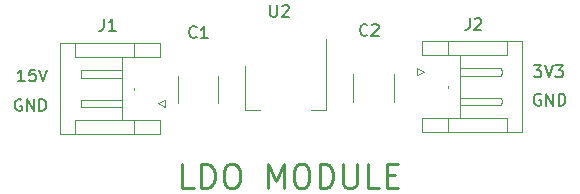
<source format=gbr>
%TF.GenerationSoftware,KiCad,Pcbnew,7.0.9*%
%TF.CreationDate,2024-09-22T22:34:36+04:00*%
%TF.ProjectId,LDO_Module,4c444f5f-4d6f-4647-956c-652e6b696361,1*%
%TF.SameCoordinates,Original*%
%TF.FileFunction,Legend,Top*%
%TF.FilePolarity,Positive*%
%FSLAX46Y46*%
G04 Gerber Fmt 4.6, Leading zero omitted, Abs format (unit mm)*
G04 Created by KiCad (PCBNEW 7.0.9) date 2024-09-22 22:34:36*
%MOMM*%
%LPD*%
G01*
G04 APERTURE LIST*
%ADD10C,0.254000*%
%ADD11C,0.150000*%
%ADD12C,0.120000*%
G04 APERTURE END LIST*
D10*
X119345676Y-86692030D02*
X118393295Y-86692030D01*
X118393295Y-86692030D02*
X118393295Y-84692030D01*
X120012343Y-86692030D02*
X120012343Y-84692030D01*
X120012343Y-84692030D02*
X120488533Y-84692030D01*
X120488533Y-84692030D02*
X120774248Y-84787268D01*
X120774248Y-84787268D02*
X120964724Y-84977744D01*
X120964724Y-84977744D02*
X121059962Y-85168220D01*
X121059962Y-85168220D02*
X121155200Y-85549172D01*
X121155200Y-85549172D02*
X121155200Y-85834887D01*
X121155200Y-85834887D02*
X121059962Y-86215839D01*
X121059962Y-86215839D02*
X120964724Y-86406315D01*
X120964724Y-86406315D02*
X120774248Y-86596792D01*
X120774248Y-86596792D02*
X120488533Y-86692030D01*
X120488533Y-86692030D02*
X120012343Y-86692030D01*
X122393295Y-84692030D02*
X122774248Y-84692030D01*
X122774248Y-84692030D02*
X122964724Y-84787268D01*
X122964724Y-84787268D02*
X123155200Y-84977744D01*
X123155200Y-84977744D02*
X123250438Y-85358696D01*
X123250438Y-85358696D02*
X123250438Y-86025363D01*
X123250438Y-86025363D02*
X123155200Y-86406315D01*
X123155200Y-86406315D02*
X122964724Y-86596792D01*
X122964724Y-86596792D02*
X122774248Y-86692030D01*
X122774248Y-86692030D02*
X122393295Y-86692030D01*
X122393295Y-86692030D02*
X122202819Y-86596792D01*
X122202819Y-86596792D02*
X122012343Y-86406315D01*
X122012343Y-86406315D02*
X121917105Y-86025363D01*
X121917105Y-86025363D02*
X121917105Y-85358696D01*
X121917105Y-85358696D02*
X122012343Y-84977744D01*
X122012343Y-84977744D02*
X122202819Y-84787268D01*
X122202819Y-84787268D02*
X122393295Y-84692030D01*
X125631391Y-86692030D02*
X125631391Y-84692030D01*
X125631391Y-84692030D02*
X126298058Y-86120601D01*
X126298058Y-86120601D02*
X126964724Y-84692030D01*
X126964724Y-84692030D02*
X126964724Y-86692030D01*
X128298057Y-84692030D02*
X128679010Y-84692030D01*
X128679010Y-84692030D02*
X128869486Y-84787268D01*
X128869486Y-84787268D02*
X129059962Y-84977744D01*
X129059962Y-84977744D02*
X129155200Y-85358696D01*
X129155200Y-85358696D02*
X129155200Y-86025363D01*
X129155200Y-86025363D02*
X129059962Y-86406315D01*
X129059962Y-86406315D02*
X128869486Y-86596792D01*
X128869486Y-86596792D02*
X128679010Y-86692030D01*
X128679010Y-86692030D02*
X128298057Y-86692030D01*
X128298057Y-86692030D02*
X128107581Y-86596792D01*
X128107581Y-86596792D02*
X127917105Y-86406315D01*
X127917105Y-86406315D02*
X127821867Y-86025363D01*
X127821867Y-86025363D02*
X127821867Y-85358696D01*
X127821867Y-85358696D02*
X127917105Y-84977744D01*
X127917105Y-84977744D02*
X128107581Y-84787268D01*
X128107581Y-84787268D02*
X128298057Y-84692030D01*
X130012343Y-86692030D02*
X130012343Y-84692030D01*
X130012343Y-84692030D02*
X130488533Y-84692030D01*
X130488533Y-84692030D02*
X130774248Y-84787268D01*
X130774248Y-84787268D02*
X130964724Y-84977744D01*
X130964724Y-84977744D02*
X131059962Y-85168220D01*
X131059962Y-85168220D02*
X131155200Y-85549172D01*
X131155200Y-85549172D02*
X131155200Y-85834887D01*
X131155200Y-85834887D02*
X131059962Y-86215839D01*
X131059962Y-86215839D02*
X130964724Y-86406315D01*
X130964724Y-86406315D02*
X130774248Y-86596792D01*
X130774248Y-86596792D02*
X130488533Y-86692030D01*
X130488533Y-86692030D02*
X130012343Y-86692030D01*
X132012343Y-84692030D02*
X132012343Y-86311077D01*
X132012343Y-86311077D02*
X132107581Y-86501553D01*
X132107581Y-86501553D02*
X132202819Y-86596792D01*
X132202819Y-86596792D02*
X132393295Y-86692030D01*
X132393295Y-86692030D02*
X132774248Y-86692030D01*
X132774248Y-86692030D02*
X132964724Y-86596792D01*
X132964724Y-86596792D02*
X133059962Y-86501553D01*
X133059962Y-86501553D02*
X133155200Y-86311077D01*
X133155200Y-86311077D02*
X133155200Y-84692030D01*
X135059962Y-86692030D02*
X134107581Y-86692030D01*
X134107581Y-86692030D02*
X134107581Y-84692030D01*
X135726629Y-85644411D02*
X136393296Y-85644411D01*
X136679010Y-86692030D02*
X135726629Y-86692030D01*
X135726629Y-86692030D02*
X135726629Y-84692030D01*
X135726629Y-84692030D02*
X136679010Y-84692030D01*
D11*
X104770588Y-79227438D02*
X104675350Y-79179819D01*
X104675350Y-79179819D02*
X104532493Y-79179819D01*
X104532493Y-79179819D02*
X104389636Y-79227438D01*
X104389636Y-79227438D02*
X104294398Y-79322676D01*
X104294398Y-79322676D02*
X104246779Y-79417914D01*
X104246779Y-79417914D02*
X104199160Y-79608390D01*
X104199160Y-79608390D02*
X104199160Y-79751247D01*
X104199160Y-79751247D02*
X104246779Y-79941723D01*
X104246779Y-79941723D02*
X104294398Y-80036961D01*
X104294398Y-80036961D02*
X104389636Y-80132200D01*
X104389636Y-80132200D02*
X104532493Y-80179819D01*
X104532493Y-80179819D02*
X104627731Y-80179819D01*
X104627731Y-80179819D02*
X104770588Y-80132200D01*
X104770588Y-80132200D02*
X104818207Y-80084580D01*
X104818207Y-80084580D02*
X104818207Y-79751247D01*
X104818207Y-79751247D02*
X104627731Y-79751247D01*
X105246779Y-80179819D02*
X105246779Y-79179819D01*
X105246779Y-79179819D02*
X105818207Y-80179819D01*
X105818207Y-80179819D02*
X105818207Y-79179819D01*
X106294398Y-80179819D02*
X106294398Y-79179819D01*
X106294398Y-79179819D02*
X106532493Y-79179819D01*
X106532493Y-79179819D02*
X106675350Y-79227438D01*
X106675350Y-79227438D02*
X106770588Y-79322676D01*
X106770588Y-79322676D02*
X106818207Y-79417914D01*
X106818207Y-79417914D02*
X106865826Y-79608390D01*
X106865826Y-79608390D02*
X106865826Y-79751247D01*
X106865826Y-79751247D02*
X106818207Y-79941723D01*
X106818207Y-79941723D02*
X106770588Y-80036961D01*
X106770588Y-80036961D02*
X106675350Y-80132200D01*
X106675350Y-80132200D02*
X106532493Y-80179819D01*
X106532493Y-80179819D02*
X106294398Y-80179819D01*
X105030588Y-77679819D02*
X104459160Y-77679819D01*
X104744874Y-77679819D02*
X104744874Y-76679819D01*
X104744874Y-76679819D02*
X104649636Y-76822676D01*
X104649636Y-76822676D02*
X104554398Y-76917914D01*
X104554398Y-76917914D02*
X104459160Y-76965533D01*
X105935350Y-76679819D02*
X105459160Y-76679819D01*
X105459160Y-76679819D02*
X105411541Y-77156009D01*
X105411541Y-77156009D02*
X105459160Y-77108390D01*
X105459160Y-77108390D02*
X105554398Y-77060771D01*
X105554398Y-77060771D02*
X105792493Y-77060771D01*
X105792493Y-77060771D02*
X105887731Y-77108390D01*
X105887731Y-77108390D02*
X105935350Y-77156009D01*
X105935350Y-77156009D02*
X105982969Y-77251247D01*
X105982969Y-77251247D02*
X105982969Y-77489342D01*
X105982969Y-77489342D02*
X105935350Y-77584580D01*
X105935350Y-77584580D02*
X105887731Y-77632200D01*
X105887731Y-77632200D02*
X105792493Y-77679819D01*
X105792493Y-77679819D02*
X105554398Y-77679819D01*
X105554398Y-77679819D02*
X105459160Y-77632200D01*
X105459160Y-77632200D02*
X105411541Y-77584580D01*
X106268684Y-76679819D02*
X106602017Y-77679819D01*
X106602017Y-77679819D02*
X106935350Y-76679819D01*
X148720588Y-78767438D02*
X148625350Y-78719819D01*
X148625350Y-78719819D02*
X148482493Y-78719819D01*
X148482493Y-78719819D02*
X148339636Y-78767438D01*
X148339636Y-78767438D02*
X148244398Y-78862676D01*
X148244398Y-78862676D02*
X148196779Y-78957914D01*
X148196779Y-78957914D02*
X148149160Y-79148390D01*
X148149160Y-79148390D02*
X148149160Y-79291247D01*
X148149160Y-79291247D02*
X148196779Y-79481723D01*
X148196779Y-79481723D02*
X148244398Y-79576961D01*
X148244398Y-79576961D02*
X148339636Y-79672200D01*
X148339636Y-79672200D02*
X148482493Y-79719819D01*
X148482493Y-79719819D02*
X148577731Y-79719819D01*
X148577731Y-79719819D02*
X148720588Y-79672200D01*
X148720588Y-79672200D02*
X148768207Y-79624580D01*
X148768207Y-79624580D02*
X148768207Y-79291247D01*
X148768207Y-79291247D02*
X148577731Y-79291247D01*
X149196779Y-79719819D02*
X149196779Y-78719819D01*
X149196779Y-78719819D02*
X149768207Y-79719819D01*
X149768207Y-79719819D02*
X149768207Y-78719819D01*
X150244398Y-79719819D02*
X150244398Y-78719819D01*
X150244398Y-78719819D02*
X150482493Y-78719819D01*
X150482493Y-78719819D02*
X150625350Y-78767438D01*
X150625350Y-78767438D02*
X150720588Y-78862676D01*
X150720588Y-78862676D02*
X150768207Y-78957914D01*
X150768207Y-78957914D02*
X150815826Y-79148390D01*
X150815826Y-79148390D02*
X150815826Y-79291247D01*
X150815826Y-79291247D02*
X150768207Y-79481723D01*
X150768207Y-79481723D02*
X150720588Y-79576961D01*
X150720588Y-79576961D02*
X150625350Y-79672200D01*
X150625350Y-79672200D02*
X150482493Y-79719819D01*
X150482493Y-79719819D02*
X150244398Y-79719819D01*
X148171541Y-76329819D02*
X148790588Y-76329819D01*
X148790588Y-76329819D02*
X148457255Y-76710771D01*
X148457255Y-76710771D02*
X148600112Y-76710771D01*
X148600112Y-76710771D02*
X148695350Y-76758390D01*
X148695350Y-76758390D02*
X148742969Y-76806009D01*
X148742969Y-76806009D02*
X148790588Y-76901247D01*
X148790588Y-76901247D02*
X148790588Y-77139342D01*
X148790588Y-77139342D02*
X148742969Y-77234580D01*
X148742969Y-77234580D02*
X148695350Y-77282200D01*
X148695350Y-77282200D02*
X148600112Y-77329819D01*
X148600112Y-77329819D02*
X148314398Y-77329819D01*
X148314398Y-77329819D02*
X148219160Y-77282200D01*
X148219160Y-77282200D02*
X148171541Y-77234580D01*
X149076303Y-76329819D02*
X149409636Y-77329819D01*
X149409636Y-77329819D02*
X149742969Y-76329819D01*
X149981065Y-76329819D02*
X150600112Y-76329819D01*
X150600112Y-76329819D02*
X150266779Y-76710771D01*
X150266779Y-76710771D02*
X150409636Y-76710771D01*
X150409636Y-76710771D02*
X150504874Y-76758390D01*
X150504874Y-76758390D02*
X150552493Y-76806009D01*
X150552493Y-76806009D02*
X150600112Y-76901247D01*
X150600112Y-76901247D02*
X150600112Y-77139342D01*
X150600112Y-77139342D02*
X150552493Y-77234580D01*
X150552493Y-77234580D02*
X150504874Y-77282200D01*
X150504874Y-77282200D02*
X150409636Y-77329819D01*
X150409636Y-77329819D02*
X150123922Y-77329819D01*
X150123922Y-77329819D02*
X150028684Y-77282200D01*
X150028684Y-77282200D02*
X149981065Y-77234580D01*
X134053333Y-73739580D02*
X134005714Y-73787200D01*
X134005714Y-73787200D02*
X133862857Y-73834819D01*
X133862857Y-73834819D02*
X133767619Y-73834819D01*
X133767619Y-73834819D02*
X133624762Y-73787200D01*
X133624762Y-73787200D02*
X133529524Y-73691961D01*
X133529524Y-73691961D02*
X133481905Y-73596723D01*
X133481905Y-73596723D02*
X133434286Y-73406247D01*
X133434286Y-73406247D02*
X133434286Y-73263390D01*
X133434286Y-73263390D02*
X133481905Y-73072914D01*
X133481905Y-73072914D02*
X133529524Y-72977676D01*
X133529524Y-72977676D02*
X133624762Y-72882438D01*
X133624762Y-72882438D02*
X133767619Y-72834819D01*
X133767619Y-72834819D02*
X133862857Y-72834819D01*
X133862857Y-72834819D02*
X134005714Y-72882438D01*
X134005714Y-72882438D02*
X134053333Y-72930057D01*
X134434286Y-72930057D02*
X134481905Y-72882438D01*
X134481905Y-72882438D02*
X134577143Y-72834819D01*
X134577143Y-72834819D02*
X134815238Y-72834819D01*
X134815238Y-72834819D02*
X134910476Y-72882438D01*
X134910476Y-72882438D02*
X134958095Y-72930057D01*
X134958095Y-72930057D02*
X135005714Y-73025295D01*
X135005714Y-73025295D02*
X135005714Y-73120533D01*
X135005714Y-73120533D02*
X134958095Y-73263390D01*
X134958095Y-73263390D02*
X134386667Y-73834819D01*
X134386667Y-73834819D02*
X135005714Y-73834819D01*
X119593333Y-73909580D02*
X119545714Y-73957200D01*
X119545714Y-73957200D02*
X119402857Y-74004819D01*
X119402857Y-74004819D02*
X119307619Y-74004819D01*
X119307619Y-74004819D02*
X119164762Y-73957200D01*
X119164762Y-73957200D02*
X119069524Y-73861961D01*
X119069524Y-73861961D02*
X119021905Y-73766723D01*
X119021905Y-73766723D02*
X118974286Y-73576247D01*
X118974286Y-73576247D02*
X118974286Y-73433390D01*
X118974286Y-73433390D02*
X119021905Y-73242914D01*
X119021905Y-73242914D02*
X119069524Y-73147676D01*
X119069524Y-73147676D02*
X119164762Y-73052438D01*
X119164762Y-73052438D02*
X119307619Y-73004819D01*
X119307619Y-73004819D02*
X119402857Y-73004819D01*
X119402857Y-73004819D02*
X119545714Y-73052438D01*
X119545714Y-73052438D02*
X119593333Y-73100057D01*
X120545714Y-74004819D02*
X119974286Y-74004819D01*
X120260000Y-74004819D02*
X120260000Y-73004819D01*
X120260000Y-73004819D02*
X120164762Y-73147676D01*
X120164762Y-73147676D02*
X120069524Y-73242914D01*
X120069524Y-73242914D02*
X119974286Y-73290533D01*
X125838095Y-71214819D02*
X125838095Y-72024342D01*
X125838095Y-72024342D02*
X125885714Y-72119580D01*
X125885714Y-72119580D02*
X125933333Y-72167200D01*
X125933333Y-72167200D02*
X126028571Y-72214819D01*
X126028571Y-72214819D02*
X126219047Y-72214819D01*
X126219047Y-72214819D02*
X126314285Y-72167200D01*
X126314285Y-72167200D02*
X126361904Y-72119580D01*
X126361904Y-72119580D02*
X126409523Y-72024342D01*
X126409523Y-72024342D02*
X126409523Y-71214819D01*
X126838095Y-71310057D02*
X126885714Y-71262438D01*
X126885714Y-71262438D02*
X126980952Y-71214819D01*
X126980952Y-71214819D02*
X127219047Y-71214819D01*
X127219047Y-71214819D02*
X127314285Y-71262438D01*
X127314285Y-71262438D02*
X127361904Y-71310057D01*
X127361904Y-71310057D02*
X127409523Y-71405295D01*
X127409523Y-71405295D02*
X127409523Y-71500533D01*
X127409523Y-71500533D02*
X127361904Y-71643390D01*
X127361904Y-71643390D02*
X126790476Y-72214819D01*
X126790476Y-72214819D02*
X127409523Y-72214819D01*
X142706666Y-72324819D02*
X142706666Y-73039104D01*
X142706666Y-73039104D02*
X142659047Y-73181961D01*
X142659047Y-73181961D02*
X142563809Y-73277200D01*
X142563809Y-73277200D02*
X142420952Y-73324819D01*
X142420952Y-73324819D02*
X142325714Y-73324819D01*
X143135238Y-72420057D02*
X143182857Y-72372438D01*
X143182857Y-72372438D02*
X143278095Y-72324819D01*
X143278095Y-72324819D02*
X143516190Y-72324819D01*
X143516190Y-72324819D02*
X143611428Y-72372438D01*
X143611428Y-72372438D02*
X143659047Y-72420057D01*
X143659047Y-72420057D02*
X143706666Y-72515295D01*
X143706666Y-72515295D02*
X143706666Y-72610533D01*
X143706666Y-72610533D02*
X143659047Y-72753390D01*
X143659047Y-72753390D02*
X143087619Y-73324819D01*
X143087619Y-73324819D02*
X143706666Y-73324819D01*
X111756666Y-72374819D02*
X111756666Y-73089104D01*
X111756666Y-73089104D02*
X111709047Y-73231961D01*
X111709047Y-73231961D02*
X111613809Y-73327200D01*
X111613809Y-73327200D02*
X111470952Y-73374819D01*
X111470952Y-73374819D02*
X111375714Y-73374819D01*
X112756666Y-73374819D02*
X112185238Y-73374819D01*
X112470952Y-73374819D02*
X112470952Y-72374819D01*
X112470952Y-72374819D02*
X112375714Y-72517676D01*
X112375714Y-72517676D02*
X112280476Y-72612914D01*
X112280476Y-72612914D02*
X112185238Y-72660533D01*
D12*
%TO.C,C2*%
X136280000Y-77058748D02*
X136280000Y-79381252D01*
X132860000Y-77058748D02*
X132860000Y-79381252D01*
%TO.C,C1*%
X121450000Y-77198748D02*
X121450000Y-79521252D01*
X118030000Y-77198748D02*
X118030000Y-79521252D01*
%TO.C,U2*%
X130520000Y-74120000D02*
X130520000Y-80130000D01*
X123700000Y-76370000D02*
X123700000Y-80130000D01*
X123700000Y-80130000D02*
X124960000Y-80130000D01*
X130520000Y-80130000D02*
X129260000Y-80130000D01*
%TO.C,J2*%
X145340000Y-79690000D02*
X141920000Y-79690000D01*
X145920000Y-80760000D02*
X140920000Y-80760000D01*
X141920000Y-75480000D02*
X141920000Y-80760000D01*
X138720000Y-80760000D02*
X140920000Y-80760000D01*
X145420000Y-79370000D02*
X145340000Y-79690000D01*
X141920000Y-79690000D02*
X141920000Y-79370000D01*
X140920000Y-78040000D02*
X140920000Y-78200000D01*
X138830000Y-76870000D02*
X138230000Y-76570000D01*
X147140000Y-81980000D02*
X138720000Y-81980000D01*
X145920000Y-75480000D02*
X140920000Y-75480000D01*
X145920000Y-74260000D02*
X145920000Y-75480000D01*
X141920000Y-76870000D02*
X141920000Y-76550000D01*
X138230000Y-76570000D02*
X138230000Y-77170000D01*
X141920000Y-76550000D02*
X145340000Y-76550000D01*
X138230000Y-77170000D02*
X138830000Y-76870000D01*
X145420000Y-76870000D02*
X145340000Y-77190000D01*
X138720000Y-75480000D02*
X138720000Y-74260000D01*
X141920000Y-79370000D02*
X141920000Y-79050000D01*
X138720000Y-81980000D02*
X138720000Y-80760000D01*
X147140000Y-74260000D02*
X147140000Y-81980000D01*
X145340000Y-79050000D02*
X145420000Y-79370000D01*
X145340000Y-76550000D02*
X145420000Y-76870000D01*
X138720000Y-74260000D02*
X147140000Y-74260000D01*
X141920000Y-77190000D02*
X141920000Y-76870000D01*
X140920000Y-80760000D02*
X140920000Y-81980000D01*
X140920000Y-75480000D02*
X140920000Y-74260000D01*
X145340000Y-77190000D02*
X141920000Y-77190000D01*
X145920000Y-81980000D02*
X145920000Y-80760000D01*
X140920000Y-75480000D02*
X138720000Y-75480000D01*
X141920000Y-79050000D02*
X145340000Y-79050000D01*
%TO.C,J1*%
X109852500Y-76720000D02*
X113272500Y-76720000D01*
X109272500Y-75650000D02*
X114272500Y-75650000D01*
X113272500Y-80930000D02*
X113272500Y-75650000D01*
X116472500Y-75650000D02*
X114272500Y-75650000D01*
X109772500Y-77040000D02*
X109852500Y-76720000D01*
X113272500Y-76720000D02*
X113272500Y-77040000D01*
X114272500Y-78370000D02*
X114272500Y-78210000D01*
X116362500Y-79540000D02*
X116962500Y-79840000D01*
X108052500Y-74430000D02*
X116472500Y-74430000D01*
X109272500Y-80930000D02*
X114272500Y-80930000D01*
X109272500Y-82150000D02*
X109272500Y-80930000D01*
X113272500Y-79540000D02*
X113272500Y-79860000D01*
X116962500Y-79840000D02*
X116962500Y-79240000D01*
X113272500Y-79860000D02*
X109852500Y-79860000D01*
X116962500Y-79240000D02*
X116362500Y-79540000D01*
X109772500Y-79540000D02*
X109852500Y-79220000D01*
X116472500Y-80930000D02*
X116472500Y-82150000D01*
X113272500Y-77040000D02*
X113272500Y-77360000D01*
X116472500Y-74430000D02*
X116472500Y-75650000D01*
X108052500Y-82150000D02*
X108052500Y-74430000D01*
X109852500Y-77360000D02*
X109772500Y-77040000D01*
X109852500Y-79860000D02*
X109772500Y-79540000D01*
X116472500Y-82150000D02*
X108052500Y-82150000D01*
X113272500Y-79220000D02*
X113272500Y-79540000D01*
X114272500Y-75650000D02*
X114272500Y-74430000D01*
X114272500Y-80930000D02*
X114272500Y-82150000D01*
X109852500Y-79220000D02*
X113272500Y-79220000D01*
X109272500Y-74430000D02*
X109272500Y-75650000D01*
X114272500Y-80930000D02*
X116472500Y-80930000D01*
X113272500Y-77360000D02*
X109852500Y-77360000D01*
%TD*%
M02*

</source>
